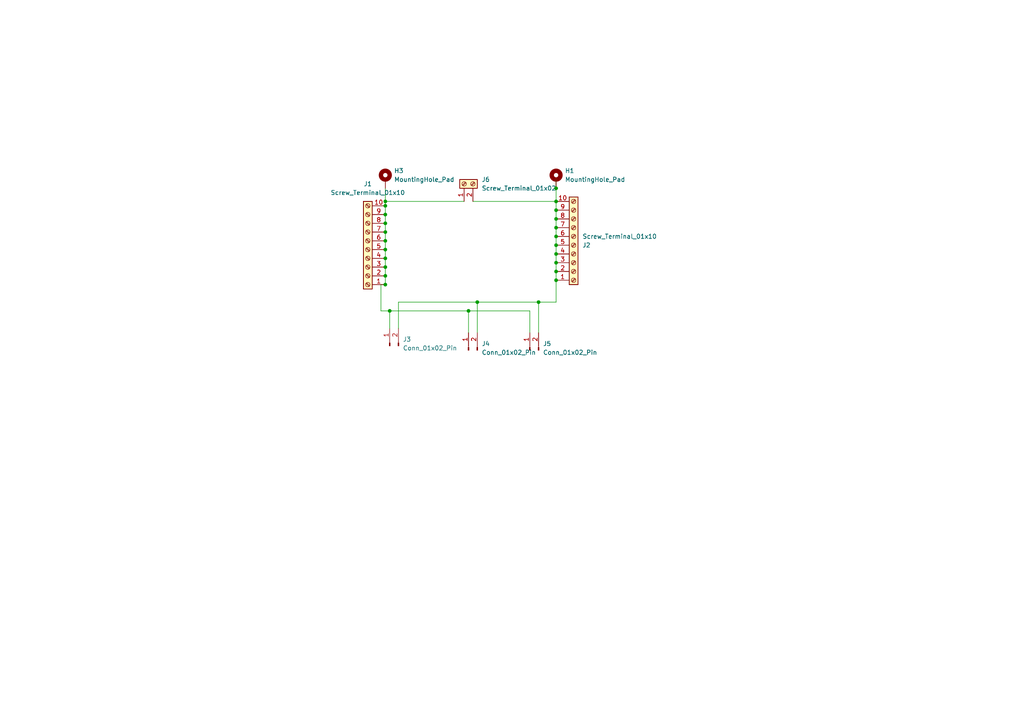
<source format=kicad_sch>
(kicad_sch (version 20231120) (generator "eeschema") (generator_version "8.0")
  (paper "A4")
  (lib_symbols
    (symbol "Connector:Conn_01x02_Pin" (pin_names (offset 1.016) hide)
      (property "Reference" "J" (at 0 2.54 0))
      (property "Value" "Conn_01x02_Pin" (at 0 -5.08 0))
      (symbol "Conn_01x02_Pin_1_1"
        (polyline (pts (xy 1.27 -2.54) (xy 0.8636 -2.54)) (stroke (width 0.1524)))
        (polyline (pts (xy 1.27 0) (xy 0.8636 0)) (stroke (width 0.1524)))
        (rectangle (start 0.8636 -2.413) (end 0 -2.667) (stroke (width 0.1524)) (fill (type outline)))
        (rectangle (start 0.8636 0.127) (end 0 -0.127) (stroke (width 0.1524)) (fill (type outline)))
        (pin passive line (at 5.08 0 180) (length 3.81) (name "Pin_1") (number "1"))
        (pin passive line (at 5.08 -2.54 180) (length 3.81) (name "Pin_2") (number "2"))
      )
    )
    (symbol "Connector:Screw_Terminal_01x02" (pin_names (offset 1.016) hide)
      (property "Reference" "J" (at 0 2.54 0))
      (property "Value" "Screw_Terminal_01x02" (at 0 -5.08 0))
      (symbol "Screw_Terminal_01x02_1_1"
        (rectangle (start -1.27 1.27) (end 1.27 -3.81) (stroke (width 0.254)) (fill (type background)))
        (circle (center 0 -2.54) (radius 0.635) (stroke (width 0.1524)))
        (polyline (pts (xy -0.5334 -2.2098) (xy 0.3302 -3.048)) (stroke (width 0.1524)))
        (polyline (pts (xy -0.5334 0.3302) (xy 0.3302 -0.508)) (stroke (width 0.1524)))
        (polyline (pts (xy -0.3556 -2.032) (xy 0.508 -2.8702)) (stroke (width 0.1524)))
        (polyline (pts (xy -0.3556 0.508) (xy 0.508 -0.3302)) (stroke (width 0.1524)))
        (circle (center 0 0) (radius 0.635) (stroke (width 0.1524)))
        (pin passive line (at -5.08 0 0) (length 3.81) (name "Pin_1") (number "1"))
        (pin passive line (at -5.08 -2.54 0) (length 3.81) (name "Pin_2") (number "2"))
      )
    )
    (symbol "Connector:Screw_Terminal_01x10" (pin_names (offset 1.016) hide)
      (property "Reference" "J" (at 0 12.7 0))
      (property "Value" "Screw_Terminal_01x10" (at 0 -15.24 0))
      (symbol "Screw_Terminal_01x10_1_1"
        (rectangle (start -1.27 11.43) (end 1.27 -13.97) (stroke (width 0.254)) (fill (type background)))
        (circle (center 0 -12.7) (radius 0.635) (stroke (width 0.1524)))
        (circle (center 0 -10.16) (radius 0.635) (stroke (width 0.1524)))
        (circle (center 0 -7.62) (radius 0.635) (stroke (width 0.1524)))
        (circle (center 0 -5.08) (radius 0.635) (stroke (width 0.1524)))
        (circle (center 0 -2.54) (radius 0.635) (stroke (width 0.1524)))
        (polyline (pts (xy -0.5334 -12.3698) (xy 0.3302 -13.208)) (stroke (width 0.1524)))
        (polyline (pts (xy -0.5334 -9.8298) (xy 0.3302 -10.668)) (stroke (width 0.1524)))
        (polyline (pts (xy -0.5334 -7.2898) (xy 0.3302 -8.128)) (stroke (width 0.1524)))
        (polyline (pts (xy -0.5334 -4.7498) (xy 0.3302 -5.588)) (stroke (width 0.1524)))
        (polyline (pts (xy -0.5334 -2.2098) (xy 0.3302 -3.048)) (stroke (width 0.1524)))
        (polyline (pts (xy -0.5334 0.3302) (xy 0.3302 -0.508)) (stroke (width 0.1524)))
        (polyline (pts (xy -0.5334 2.8702) (xy 0.3302 2.032)) (stroke (width 0.1524)))
        (polyline (pts (xy -0.5334 5.4102) (xy 0.3302 4.572)) (stroke (width 0.1524)))
        (polyline (pts (xy -0.5334 7.9502) (xy 0.3302 7.112)) (stroke (width 0.1524)))
        (polyline (pts (xy -0.5334 10.4902) (xy 0.3302 9.652)) (stroke (width 0.1524)))
        (polyline (pts (xy -0.3556 -12.192) (xy 0.508 -13.0302)) (stroke (width 0.1524)))
        (polyline (pts (xy -0.3556 -9.652) (xy 0.508 -10.4902)) (stroke (width 0.1524)))
        (polyline (pts (xy -0.3556 -7.112) (xy 0.508 -7.9502)) (stroke (width 0.1524)))
        (polyline (pts (xy -0.3556 -4.572) (xy 0.508 -5.4102)) (stroke (width 0.1524)))
        (polyline (pts (xy -0.3556 -2.032) (xy 0.508 -2.8702)) (stroke (width 0.1524)))
        (polyline (pts (xy -0.3556 0.508) (xy 0.508 -0.3302)) (stroke (width 0.1524)))
        (polyline (pts (xy -0.3556 3.048) (xy 0.508 2.2098)) (stroke (width 0.1524)))
        (polyline (pts (xy -0.3556 5.588) (xy 0.508 4.7498)) (stroke (width 0.1524)))
        (polyline (pts (xy -0.3556 8.128) (xy 0.508 7.2898)) (stroke (width 0.1524)))
        (polyline (pts (xy -0.3556 10.668) (xy 0.508 9.8298)) (stroke (width 0.1524)))
        (circle (center 0 0) (radius 0.635) (stroke (width 0.1524)))
        (circle (center 0 2.54) (radius 0.635) (stroke (width 0.1524)))
        (circle (center 0 5.08) (radius 0.635) (stroke (width 0.1524)))
        (circle (center 0 7.62) (radius 0.635) (stroke (width 0.1524)))
        (circle (center 0 10.16) (radius 0.635) (stroke (width 0.1524)))
        (pin passive line (at -5.08 10.16 0) (length 3.81) (name "Pin_1") (number "1"))
        (pin passive line (at -5.08 -12.7 0) (length 3.81) (name "Pin_10") (number "10"))
        (pin passive line (at -5.08 7.62 0) (length 3.81) (name "Pin_2") (number "2"))
        (pin passive line (at -5.08 5.08 0) (length 3.81) (name "Pin_3") (number "3"))
        (pin passive line (at -5.08 2.54 0) (length 3.81) (name "Pin_4") (number "4"))
        (pin passive line (at -5.08 0 0) (length 3.81) (name "Pin_5") (number "5"))
        (pin passive line (at -5.08 -2.54 0) (length 3.81) (name "Pin_6") (number "6"))
        (pin passive line (at -5.08 -5.08 0) (length 3.81) (name "Pin_7") (number "7"))
        (pin passive line (at -5.08 -7.62 0) (length 3.81) (name "Pin_8") (number "8"))
        (pin passive line (at -5.08 -10.16 0) (length 3.81) (name "Pin_9") (number "9"))
      )
    )
    (symbol "Mechanical:MountingHole_Pad" (pin_numbers hide) (pin_names (offset 1.016) hide) (exclude_from_sim yes) (in_bom no)
      (property "Reference" "H" (at 0 6.35 0))
      (property "Value" "MountingHole_Pad" (at 0 4.445 0))
      (symbol "MountingHole_Pad_0_1"
        (circle (center 0 1.27) (radius 1.27) (stroke (width 1.27)))
      )
      (symbol "MountingHole_Pad_1_1"
        (pin input line (at 0 -2.54 90) (length 2.54) (name "1") (number "1"))
      )
    )
  )
  (junction (at 111.76 62.23))
  (junction (at 161.29 81.28))
  (junction (at 138.43 87.63))
  (junction (at 161.29 60.96))
  (junction (at 111.76 58.42))
  (junction (at 161.29 73.66))
  (junction (at 111.76 64.77))
  (junction (at 161.29 58.42))
  (junction (at 135.89 90.17))
  (junction (at 111.76 72.39))
  (junction (at 161.29 54.61))
  (junction (at 161.29 76.2))
  (junction (at 111.76 59.69))
  (junction (at 161.29 71.12))
  (junction (at 111.76 67.31))
  (junction (at 113.03 90.17))
  (junction (at 156.21 87.63))
  (junction (at 161.29 68.58))
  (junction (at 161.29 66.04))
  (junction (at 161.29 78.74))
  (junction (at 111.76 74.93))
  (junction (at 111.76 69.85))
  (junction (at 111.76 77.47))
  (junction (at 111.76 82.55))
  (junction (at 161.29 63.5))
  (junction (at 111.76 80.01))
  (wire (pts (xy 135.89 90.17) (xy 153.67 90.17)))
  (wire (pts (xy 161.29 60.96) (xy 161.29 63.5)))
  (wire (pts (xy 161.29 58.42) (xy 161.29 60.96)))
  (wire (pts (xy 138.43 87.63) (xy 138.43 96.52)))
  (wire (pts (xy 111.76 74.93) (xy 111.76 77.47)))
  (wire (pts (xy 161.29 71.12) (xy 161.29 73.66)))
  (wire (pts (xy 156.21 87.63) (xy 161.29 87.63)))
  (wire (pts (xy 111.76 58.42) (xy 111.76 59.69)))
  (wire (pts (xy 161.29 52.07) (xy 161.29 54.61)))
  (wire (pts (xy 161.29 78.74) (xy 161.29 81.28)))
  (wire (pts (xy 161.29 87.63) (xy 161.29 81.28)))
  (wire (pts (xy 161.29 63.5) (xy 161.29 66.04)))
  (wire (pts (xy 137.16 58.42) (xy 161.29 58.42)))
  (wire (pts (xy 110.49 90.17) (xy 113.03 90.17)))
  (wire (pts (xy 113.03 95.25) (xy 113.03 90.17)))
  (wire (pts (xy 161.29 76.2) (xy 161.29 78.74)))
  (wire (pts (xy 111.76 58.42) (xy 134.62 58.42)))
  (wire (pts (xy 111.76 54.61) (xy 111.76 58.42)))
  (wire (pts (xy 115.57 95.25) (xy 115.57 87.63)))
  (wire (pts (xy 138.43 87.63) (xy 156.21 87.63)))
  (wire (pts (xy 111.76 62.23) (xy 111.76 64.77)))
  (wire (pts (xy 135.89 90.17) (xy 135.89 96.52)))
  (wire (pts (xy 111.76 59.69) (xy 111.76 62.23)))
  (wire (pts (xy 111.76 69.85) (xy 111.76 72.39)))
  (wire (pts (xy 110.49 82.55) (xy 111.76 82.55)))
  (wire (pts (xy 111.76 80.01) (xy 111.76 82.55)))
  (wire (pts (xy 111.76 67.31) (xy 111.76 69.85)))
  (wire (pts (xy 161.29 54.61) (xy 161.29 58.42)))
  (wire (pts (xy 111.76 77.47) (xy 111.76 80.01)))
  (wire (pts (xy 115.57 87.63) (xy 138.43 87.63)))
  (wire (pts (xy 161.29 73.66) (xy 161.29 76.2)))
  (wire (pts (xy 161.29 68.58) (xy 161.29 71.12)))
  (wire (pts (xy 161.29 66.04) (xy 161.29 68.58)))
  (wire (pts (xy 111.76 64.77) (xy 111.76 67.31)))
  (wire (pts (xy 156.21 87.63) (xy 156.21 96.52)))
  (wire (pts (xy 113.03 90.17) (xy 135.89 90.17)))
  (wire (pts (xy 111.76 72.39) (xy 111.76 74.93)))
  (wire (pts (xy 153.67 90.17) (xy 153.67 96.52)))
  (wire (pts (xy 110.49 90.17) (xy 110.49 82.55)))
  (symbol (lib_id "Mechanical:MountingHole_Pad") (at 111.76 52.07 0) (unit 1) (exclude_from_sim yes) (in_bom no)
    (property "Reference" "H3" (at 114.3 49.5299 0) (effects (justify left)))
    (property "Value" "MountingHole_Pad" (at 114.3 52.0699 0) (effects (justify left)))
    (property "Footprint" "MountingHole:MountingHole_2.2mm_M2_DIN965_Pad" (effects (hide yes)))
    (property "Description" "Mounting Hole with connection" (effects (hide yes)))
  )
  (symbol (lib_id "Connector:Conn_01x02_Pin") (at 153.67 101.6 90) (unit 1)
    (property "Reference" "J5" (at 157.48 99.6949 90) (effects (justify right)))
    (property "Value" "Conn_01x02_Pin" (at 157.48 102.2349 90) (effects (justify right)))
    (property "Footprint" "Connector:JWT_A3963_1x02_P3.96mm_Vertical" (effects (hide yes)))
    (property "Description" "Generic connector, single row, 01x02, script generated" (effects (hide yes)))
  )
  (symbol (lib_id "Connector:Conn_01x02_Pin") (at 135.89 101.6 90) (unit 1)
    (property "Reference" "J4" (at 139.7 99.6949 90) (effects (justify right)))
    (property "Value" "Conn_01x02_Pin" (at 139.7 102.2349 90) (effects (justify right)))
    (property "Footprint" "Connector:JWT_A3963_1x02_P3.96mm_Vertical" (effects (hide yes)))
    (property "Description" "Generic connector, single row, 01x02, script generated" (effects (hide yes)))
  )
  (symbol (lib_id "Connector:Conn_01x02_Pin") (at 113.03 100.33 90) (unit 1)
    (property "Reference" "J3" (at 116.84 98.4249 90) (effects (justify right)))
    (property "Value" "Conn_01x02_Pin" (at 116.84 100.9649 90) (effects (justify right)))
    (property "Footprint" "Connector:JWT_A3963_1x02_P3.96mm_Vertical" (effects (hide yes)))
    (property "Description" "Generic connector, single row, 01x02, script generated" (effects (hide yes)))
  )
  (symbol (lib_id "Connector:Screw_Terminal_01x10") (at 106.68 72.39 180) (unit 1)
    (property "Reference" "J1" (at 106.68 53.34 0))
    (property "Value" "Screw_Terminal_01x10" (at 106.68 55.88 0))
    (property "Footprint" "TerminalBlock:TerminalBlock_MaiXu_MX126-5.0-10P_1x10_P5.00mm" (effects (hide yes)))
    (property "Description" "Generic screw terminal, single row, 01x10, script generated (kicad-library-utils/schlib/autogen/connector/)" (effects (hide yes)))
  )
  (symbol (lib_id "Connector:Screw_Terminal_01x10") (at 166.37 71.12 0) (mirror x) (unit 1)
    (property "Reference" "J2" (at 168.91 71.1201 0) (effects (justify left)))
    (property "Value" "Screw_Terminal_01x10" (at 168.91 68.5801 0) (effects (justify left)))
    (property "Footprint" "TerminalBlock:TerminalBlock_MaiXu_MX126-5.0-10P_1x10_P5.00mm" (effects (hide yes)))
    (property "Description" "Generic screw terminal, single row, 01x10, script generated (kicad-library-utils/schlib/autogen/connector/)" (effects (hide yes)))
  )
  (symbol (lib_id "Mechanical:MountingHole_Pad") (at 161.29 52.07 0) (unit 1) (exclude_from_sim yes) (in_bom no)
    (property "Reference" "H1" (at 163.83 49.5299 0) (effects (justify left)))
    (property "Value" "MountingHole_Pad" (at 163.83 52.0699 0) (effects (justify left)))
    (property "Footprint" "MountingHole:MountingHole_2.2mm_M2_DIN965_Pad" (effects (hide yes)))
    (property "Description" "Mounting Hole with connection" (effects (hide yes)))
  )
  (symbol (lib_id "Connector:Screw_Terminal_01x02") (at 134.62 53.34 90) (unit 1)
    (property "Reference" "J6" (at 139.7 52.0699 90) (effects (justify right)))
    (property "Value" "Screw_Terminal_01x02" (at 139.7 54.6099 90) (effects (justify right)))
    (property "Footprint" "TerminalBlock:TerminalBlock_MaiXu_MX126-5.0-02P_1x02_P5.00mm" (effects (hide yes)))
    (property "Description" "Generic screw terminal, single row, 01x02, script generated (kicad-library-utils/schlib/autogen/connector/)" (effects (hide yes)))
  )
)
</source>
